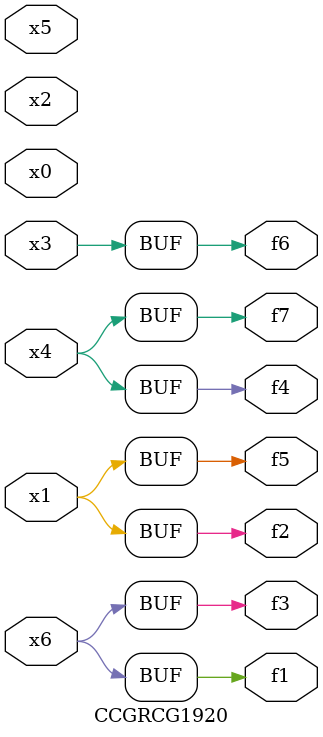
<source format=v>
module CCGRCG1920(
	input x0, x1, x2, x3, x4, x5, x6,
	output f1, f2, f3, f4, f5, f6, f7
);
	assign f1 = x6;
	assign f2 = x1;
	assign f3 = x6;
	assign f4 = x4;
	assign f5 = x1;
	assign f6 = x3;
	assign f7 = x4;
endmodule

</source>
